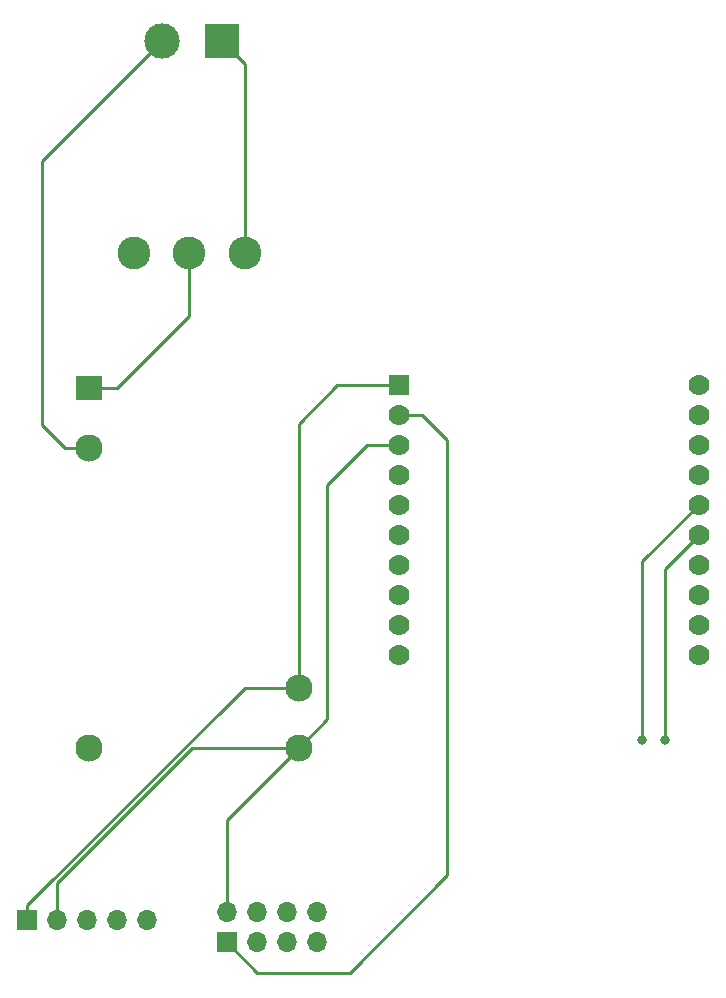
<source format=gbr>
%TF.GenerationSoftware,KiCad,Pcbnew,(6.0.0-0)*%
%TF.CreationDate,2023-01-03T09:21:55+01:00*%
%TF.ProjectId,epanel-controller,6570616e-656c-42d6-936f-6e74726f6c6c,rev?*%
%TF.SameCoordinates,Original*%
%TF.FileFunction,Copper,L2,Bot*%
%TF.FilePolarity,Positive*%
%FSLAX46Y46*%
G04 Gerber Fmt 4.6, Leading zero omitted, Abs format (unit mm)*
G04 Created by KiCad (PCBNEW (6.0.0-0)) date 2023-01-03 09:21:55*
%MOMM*%
%LPD*%
G01*
G04 APERTURE LIST*
%TA.AperFunction,ComponentPad*%
%ADD10R,1.700000X1.700000*%
%TD*%
%TA.AperFunction,ComponentPad*%
%ADD11O,1.700000X1.700000*%
%TD*%
%TA.AperFunction,ComponentPad*%
%ADD12R,2.300000X2.000000*%
%TD*%
%TA.AperFunction,ComponentPad*%
%ADD13C,2.300000*%
%TD*%
%TA.AperFunction,ComponentPad*%
%ADD14C,2.775000*%
%TD*%
%TA.AperFunction,ComponentPad*%
%ADD15R,3.000000X3.000000*%
%TD*%
%TA.AperFunction,ComponentPad*%
%ADD16C,3.000000*%
%TD*%
%TA.AperFunction,ComponentPad*%
%ADD17R,1.778000X1.778000*%
%TD*%
%TA.AperFunction,ComponentPad*%
%ADD18C,1.778000*%
%TD*%
%TA.AperFunction,ViaPad*%
%ADD19C,0.800000*%
%TD*%
%TA.AperFunction,Conductor*%
%ADD20C,0.250000*%
%TD*%
G04 APERTURE END LIST*
D10*
%TO.P,J1,1,Pin_1*%
%TO.N,+5V*%
X103510000Y-129540000D03*
D11*
%TO.P,J1,2,Pin_2*%
%TO.N,GND*%
X106050000Y-129540000D03*
%TO.P,J1,3,Pin_3*%
%TO.N,/INTR*%
X108590000Y-129540000D03*
%TO.P,J1,4,Pin_4*%
%TO.N,/SDA*%
X111130000Y-129540000D03*
%TO.P,J1,5,Pin_5*%
%TO.N,/SCL*%
X113670000Y-129540000D03*
%TD*%
D12*
%TO.P,PS1,1,AC/L*%
%TO.N,Net-(PS1-Pad1)*%
X108727500Y-84455000D03*
D13*
%TO.P,PS1,3,AC/N*%
%TO.N,NEUT*%
X108727500Y-89535000D03*
%TO.P,PS1,5,NC*%
%TO.N,unconnected-(PS1-Pad5)*%
X108727500Y-114935000D03*
%TO.P,PS1,14,-Vo*%
%TO.N,GND*%
X126507500Y-114935000D03*
%TO.P,PS1,16,+Vo*%
%TO.N,+5V*%
X126507500Y-109855000D03*
%TD*%
D14*
%TO.P,SW1,1,A*%
%TO.N,LINE*%
X121920000Y-73025000D03*
%TO.P,SW1,2,B*%
%TO.N,Net-(PS1-Pad1)*%
X117220000Y-73025000D03*
%TO.P,SW1,3,C*%
%TO.N,unconnected-(SW1-Pad3)*%
X112520000Y-73025000D03*
%TD*%
D15*
%TO.P,J2,1,Pin_1*%
%TO.N,LINE*%
X120015000Y-55110000D03*
D16*
%TO.P,J2,2,Pin_2*%
%TO.N,NEUT*%
X114935000Y-55110000D03*
%TD*%
D17*
%TO.P,U1,1,+5V*%
%TO.N,+5V*%
X134940000Y-84230000D03*
D18*
%TO.P,U1,2,+3.3V_(out)*%
%TO.N,+3V3*%
X134940000Y-86770000D03*
%TO.P,U1,3,GND*%
%TO.N,GND*%
X134940000Y-89310000D03*
%TO.P,U1,4,ESP_EN*%
%TO.N,unconnected-(U1-Pad4)*%
X134940000Y-91850000D03*
%TO.P,U1,5,GPIO0*%
%TO.N,unconnected-(U1-Pad5)*%
X134940000Y-94390000D03*
%TO.P,U1,6,GPIO1*%
%TO.N,unconnected-(U1-Pad6)*%
X134940000Y-96930000D03*
%TO.P,U1,7,GPIO2*%
%TO.N,/TIC*%
X134940000Y-99470000D03*
%TO.P,U1,8,GPIO3*%
%TO.N,/INTR*%
X134940000Y-102010000D03*
%TO.P,U1,9,GPIO4*%
%TO.N,/SDA*%
X134940000Y-104550000D03*
%TO.P,U1,10,GPIO5*%
%TO.N,/SCL*%
X134940000Y-107090000D03*
%TO.P,U1,11,GPIO13*%
%TO.N,/MOSI*%
X160340000Y-107090000D03*
%TO.P,U1,12,GPIO14*%
%TO.N,/MISO*%
X160340000Y-104550000D03*
%TO.P,U1,13,GPIO15*%
%TO.N,/SCLK*%
X160340000Y-102010000D03*
%TO.P,U1,14,GPIO16*%
%TO.N,unconnected-(U1-Pad14)*%
X160340000Y-99470000D03*
%TO.P,U1,15,GPIO32*%
%TO.N,/CS1*%
X160340000Y-96930000D03*
%TO.P,U1,16,GPIO33*%
%TO.N,/CS2*%
X160340000Y-94390000D03*
%TO.P,U1,17,GPIO34*%
%TO.N,unconnected-(U1-Pad17)*%
X160340000Y-91850000D03*
%TO.P,U1,18,GPIO35*%
%TO.N,unconnected-(U1-Pad18)*%
X160340000Y-89310000D03*
%TO.P,U1,19,GPIO36*%
%TO.N,unconnected-(U1-Pad19)*%
X160340000Y-86770000D03*
%TO.P,U1,20,GPIO39*%
%TO.N,unconnected-(U1-Pad20)*%
X160340000Y-84230000D03*
%TD*%
D10*
%TO.P,J3,1,Pin_1*%
%TO.N,+3V3*%
X120396000Y-131394200D03*
D11*
%TO.P,J3,2,Pin_2*%
%TO.N,GND*%
X120396000Y-128854200D03*
%TO.P,J3,3,Pin_3*%
%TO.N,/TIC*%
X122936000Y-131394200D03*
%TO.P,J3,4,Pin_4*%
%TO.N,/SCLK*%
X122936000Y-128854200D03*
%TO.P,J3,5,Pin_5*%
%TO.N,/CS1*%
X125476000Y-131394200D03*
%TO.P,J3,6,Pin_6*%
%TO.N,/MISO*%
X125476000Y-128854200D03*
%TO.P,J3,7,Pin_7*%
%TO.N,/CS2*%
X128016000Y-131394200D03*
%TO.P,J3,8,Pin_8*%
%TO.N,/MOSI*%
X128016000Y-128854200D03*
%TD*%
D19*
%TO.N,/CS1*%
X157480000Y-114300000D03*
%TO.N,/CS2*%
X155575000Y-114300000D03*
%TD*%
D20*
%TO.N,/CS1*%
X157480000Y-114300000D02*
X157480000Y-99790000D01*
X157480000Y-99790000D02*
X160340000Y-96930000D01*
%TO.N,/CS2*%
X155575000Y-99155000D02*
X160340000Y-94390000D01*
X155575000Y-114300000D02*
X155575000Y-99155000D01*
%TO.N,+3V3*%
X139065000Y-125730000D02*
X139065000Y-88900000D01*
X130810000Y-133985000D02*
X139065000Y-125730000D01*
X139065000Y-88900000D02*
X136935000Y-86770000D01*
X120396000Y-131394200D02*
X122986800Y-133985000D01*
X122986800Y-133985000D02*
X130810000Y-133985000D01*
X136935000Y-86770000D02*
X134940000Y-86770000D01*
%TO.N,GND*%
X120396000Y-128854200D02*
X120396000Y-121046500D01*
X120396000Y-121046500D02*
X126507500Y-114935000D01*
%TO.N,+5V*%
X103510000Y-129540000D02*
X103510000Y-128264282D01*
X121919282Y-109855000D02*
X126507500Y-109855000D01*
X103510000Y-128264282D02*
X121919282Y-109855000D01*
%TO.N,GND*%
X117475000Y-114935000D02*
X106045000Y-126365000D01*
X126507500Y-114935000D02*
X117475000Y-114935000D01*
X106045000Y-126365000D02*
X106050000Y-126370000D01*
X106050000Y-126370000D02*
X106050000Y-129540000D01*
X126507500Y-114935000D02*
X128905000Y-112537500D01*
X128905000Y-112537500D02*
X128905000Y-92710000D01*
X128905000Y-92710000D02*
X132305000Y-89310000D01*
X132305000Y-89310000D02*
X134940000Y-89310000D01*
%TO.N,+5V*%
X126507500Y-109855000D02*
X126507500Y-87487500D01*
X126507500Y-87487500D02*
X129765000Y-84230000D01*
X129765000Y-84230000D02*
X134940000Y-84230000D01*
%TO.N,NEUT*%
X106680000Y-89535000D02*
X104775000Y-87630000D01*
X108727500Y-89535000D02*
X106680000Y-89535000D01*
X104775000Y-65270000D02*
X114935000Y-55110000D01*
X104775000Y-87630000D02*
X104775000Y-65270000D01*
%TO.N,Net-(PS1-Pad1)*%
X117220000Y-78360000D02*
X111125000Y-84455000D01*
X117220000Y-73025000D02*
X117220000Y-78360000D01*
X111125000Y-84455000D02*
X108727500Y-84455000D01*
%TO.N,LINE*%
X121920000Y-73025000D02*
X121920000Y-57015000D01*
X121920000Y-57015000D02*
X120015000Y-55110000D01*
%TD*%
M02*

</source>
